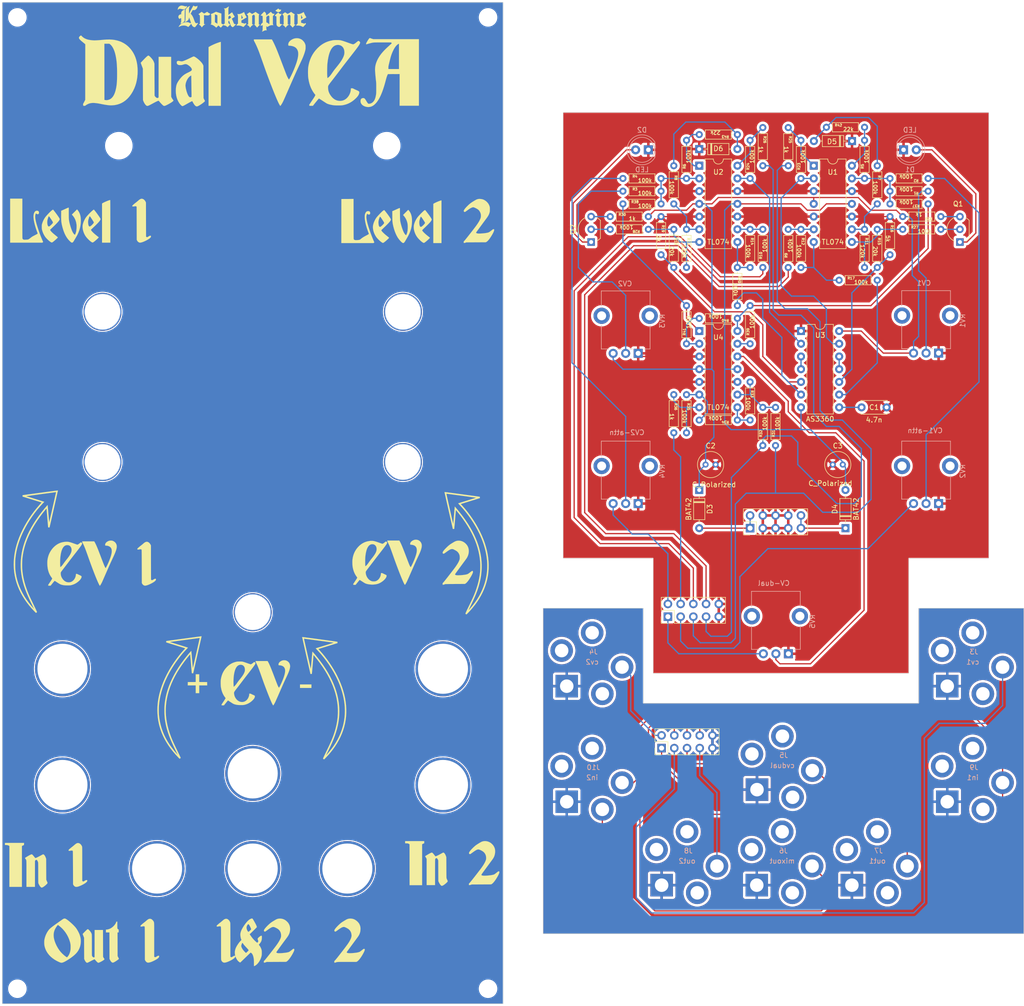
<source format=kicad_pcb>
(kicad_pcb (version 20221018) (generator pcbnew)
  (layers (0 "F.Cu" signal) (31 "B.Cu" signal) (34 "B.Paste" user) (35 "F.Paste" user) (36 "B.SilkS" user "B.Silkscreen") (37 "F.SilkS" user "F.Silkscreen") (38 "B.Mask" user) (39 "F.Mask" user) (44 "Edge.Cuts" user))
  (net 0 "")
  (net 1 "GND")
  (net 2 "+12V")
  (net 3 "-12V")
  (net 4 "CVIN1")
  (net 5 "Net-(U3A-VREF)")
  (net 6 "CV1KNOB")
  (net 7 "CVIN2")
  (net 8 "Net-(D1-A)")
  (net 9 "CVKNOB2")
  (net 10 "Net-(D2-A)")
  (net 11 "Net-(D3-A)")
  (net 12 "Net-(D4-K)")
  (net 13 "Net-(D5-A)")
  (net 14 "CVdual-b")
  (net 15 "Net-(D6-A)")
  (net 16 "CV1-b")
  (net 18 "Net-(R11-Pad2)")
  (net 19 "Net-(R12-Pad2)")
  (net 20 "Net-(R13-Pad2)")
  (net 21 "Net-(R14-Pad2)")
  (net 22 "Net-(Q1-B)")
  (net 23 "Net-(Q1-C)")
  (net 24 "Net-(Q2-B)")
  (net 25 "Net-(Q2-C)")
  (net 26 "Net-(U1D--)")
  (net 27 "Net-(U2A--)")
  (net 28 "Net-(R42-Pad2)")
  (net 29 "Net-(R23-Pad2)")
  (net 30 "Net-(R24-Pad2)")
  (net 31 "MixOut-b")
  (net 32 "CV2-b")
  (net 33 "Net-(R43-Pad2)")
  (net 34 "Net-(U1C--)")
  (net 35 "Net-(U2B--)")
  (net 36 "Net-(U1B--)")
  (net 37 "Net-(U2C--)")
  (net 38 "Net-(U3B-VC2)")
  (net 39 "Net-(U3B-II2)")
  (net 40 "Net-(U3A-VC1)")
  (net 41 "Net-(R33-Pad2)")
  (net 42 "Net-(U3A-II1)")
  (net 43 "Net-(R35-Pad2)")
  (net 44 "OUTPUT1-b")
  (net 45 "INPUT1-b")
  (net 46 "OUTPUT2-b")
  (net 47 "INPUT2-b")
  (net 48 "Net-(U1A--)")
  (net 49 "CV1")
  (net 50 "CV2")
  (net 51 "Net-(U2D--)")
  (net 52 "Net-(U4C--)")
  (net 53 "Net-(U4B--)")
  (net 54 "Net-(U4D--)")
  (net 55 "Net-(U4A--)")
  (net 56 "GND2")
  (net 59 "CV1-f")
  (net 63 "CV2-f")
  (net 67 "CVdual-f")
  (net 71 "MixOut-f")
  (net 75 "OUTPUT1-f")
  (net 79 "OUTPUT2-f")
  (net 83 "INPUT1-f")
  (net 84 "Net-(U4D-+)")
  (net 87 "INPUT2-f")
  (net 88 "Net-(U3A-VE1)")
  (net 89 "Net-(U3B-VE2)")
  (footprint "omat:Omaresistor2" (layer "F.Cu") (at 212.44 61.785 180)
    (fp_text reference "R29")
    (fp_text value "1k")
  )
  (footprint "Package_TO_SOT_THT:TO-92_Inline_Wide" (layer "F.Cu") (at 142.59 66.865 90)
    (fp_text reference "Q2")
    (fp_text value "2N3904" hide)
  )
  (footprint "omat:6,3mm jack hole 10mm" (layer "F.Cu") (at 113 152.1)
    (fp_text reference "REF**" hide)
    (fp_text value "6,3mm jack hole 10mm" hide)
  )
  (footprint "MountingHole:MountingHole_3.2mm_M3" (layer "F.Cu") (at 122 216)
    (fp_text reference "REF**" hide)
    (fp_text value "MountingHole_3.2mm_M3" hide)
  )
  (footprint "omat:Alpha pot hole 7.1mm" (layer "F.Cu") (at 75 140.8)
    (fp_text reference "REF**" hide)
    (fp_text value "Alpha pot hole 7.1mm" hide)
  )
  (footprint "Diode_THT:D_DO-35_SOD27_P7.62mm_Horizontal" (layer "F.Cu") (at 194.7 46.7 180)
    (fp_text reference "D5")
    (fp_text value "BAT42" hide)
  )
  (footprint "omat:Omaresistor2" (layer "F.Cu") (at 197.2 54.165 90)
    (fp_text reference "R5")
    (fp_text value "100k")
  )
  (footprint "omat:Omaresistor2" (layer "F.Cu") (at 199.74 51.625 -90)
    (fp_text reference "R7")
    (fp_text value "100k")
  )
  (footprint "MountingHole:MountingHole_3.2mm_M3" (layer "F.Cu") (at 28 22)
    (fp_text reference "REF**" hide)
    (fp_text value "MountingHole_3.2mm_M3" hide)
  )
  (footprint "Diode_THT:D_DO-35_SOD27_P7.62mm_Horizontal" (layer "F.Cu") (at 164.18 116.395 -90)
    (fp_text reference "D3")
    (fp_text value "BAT42")
  )
  (footprint "omat:Omaresistor2" (layer "F.Cu") (at 184.5 54.165 90)
    (fp_text reference "R23")
    (fp_text value "100k")
  )
  (footprint "Connector_PinHeader_2.54mm:PinHeader_2x05_P2.54mm_Vertical" (layer "F.Cu") (at 174.34 124.015 90)
    (fp_text reference "J1" hide)
    (fp_text value "Conn_02x05_Odd_Even" hide)
  )
  (footprint "Package_DIP:DIP-14_W7.62mm" (layer "F.Cu") (at 164.19 51.62)
    (fp_text reference "U2")
    (fp_text value "TL074")
  )
  (footprint "omat:Omaresistor2" (layer "F.Cu") (at 202.28 61.785 -90)
    (fp_text reference "R16")
    (fp_text value "5k")
  )
  (footprint "omat:Omaresistor2" (layer "F.Cu") (at 148.94 56.705)
    (fp_text reference "R3")
    (fp_text value "100k")
  )
  (footprint "kuvia:dvca1" (layer "F.Cu") (at 74.75 118.25)
    (fp_text reference "Ref**" hide)
    (fp_text value "Val**" hide)
  )
  (footprint "Capacitor_THT:C_Radial_D5.0mm_H7.0mm_P2.00mm" (layer "F.Cu") (at 165.45 111.315)
    (fp_text reference "C2")
    (fp_text value "C_Polarized")
  )
  (footprint "omat:6,3mm jack hole 10mm" (layer "F.Cu") (at 75 192)
    (fp_text reference "REF**" hide)
    (fp_text value "6,3mm jack hole 10mm" hide)
  )
  (footprint "omat:Omaresistor2" (layer "F.Cu") (at 209.9 59.245 180)
    (fp_text reference "R37")
    (fp_text value "100k")
  )
  (footprint "omat:Omaresistor2" (layer "F.Cu") (at 146.4 61.785)
    (fp_text reference "R30")
    (fp_text value "1k")
  )
  (footprint "omat:Omaresistor2" (layer "F.Cu") (at 189.58 43.942)
    (fp_text reference "R42")
    (fp_text value "22k")
  )
  (footprint "omat:6,3mm jack hole 10mm" (layer "F.Cu") (at 37 152.1)
    (fp_text reference "REF**" hide)
    (fp_text value "6,3mm jack hole 10mm" hide)
  )
  (footprint "omat:Omaresistor2" (layer "F.Cu") (at 176.88 107.505 90)
    (fp_text reference "R32")
    (fp_text value "100k")
  )
  (footprint "Capacitor_THT:C_Disc_D5.0mm_W2.5mm_P5.00mm" (layer "F.Cu") (at 196.605 99.885)
    (fp_text reference "C1")
    (fp_text value "4.7n")
  )
  (footprint "Package_TO_SOT_THT:TO-92_Inline_Wide" (layer "F.Cu") (at 216.25 66.865 90)
    (fp_text reference "Q1")
    (fp_text value "2N3904" hide)
  )
  (footprint "omat:Omaresistor2" (layer "F.Cu") (at 176.88 44.005 -90)
    (fp_text reference "R26")
    (fp_text value "1k")
  )
  (footprint "MountingHole:MountingHole_3.2mm_M3" (layer "F.Cu") (at 122 22)
    (fp_text reference "REF**" hide)
    (fp_text value "MountingHole_3.2mm_M3" hide)
  )
  (footprint "omat:Omaresistor2" (layer "F.Cu") (at 176.88 71.945 90)
    (fp_text reference "R10")
    (fp_text value "100k")
  )
  (footprint "Package_DIP:DIP-14_W7.62mm" (layer "F.Cu") (at 164.19 84.64)
    (fp_text reference "U4")
    (fp_text value "TL074")
  )
  (footprint "Connector_PinHeader_2.54mm:PinHeader_2x05_P2.54mm_Vertical" (layer "F.Cu") (at 157.925 141.69 90)
    (fp_text reference "J2" hide)
    (fp_text value "Conn_02x05_Odd_Even" hide)
  )
  (footprint "omat:Omaresistor2" (layer "F.Cu") (at 199.74 64.325 -90)
    (fp_text reference "R15")
    (fp_text value "20k")
  )
  (footprint "Diode_THT:D_DO-35_SOD27_P7.62mm_Horizontal" (layer "F.Cu") (at 164.18 48.3)
    (fp_text reference "D6")
    (fp_text value "BAT42" hide)
  )
  (footprint "omat:Omaresistor2" (layer "F.Cu") (at 171.8 102.425 180)
    (fp_text reference "R34")
    (fp_text value "100k")
  )
  (footprint "omat:Omaresistor2" (layer "F.Cu") (at 161.64 54.165 90)
    (fp_text reference "R6")
    (fp_text value "100k")
  )
  (footprint "omat:Omaresistor2" (layer "F.Cu") (at 174.34 94.805 -90)
    (fp_text reference "R33")
    (fp_text value "100k")
  )
  (footprint "omat:Omaresistor2" (layer "F.Cu") (at 174.34 87.185 90)
    (fp_text reference "R39")
    (fp_text value "100k")
  )
  (footprint "omat:6,3mm jack hole 10mm" (layer "F.Cu") (at 37 175.3)
    (fp_text reference "REF**" hide)
    (fp_text value "6,3mm jack hole 10mm" hide)
  )
  (footprint "MountingHole:MountingHole_5mm" (layer "F.Cu") (at 101.775 47.625)
    (fp_text reference "REF**" hide)
    (fp_text value "MountingHole_5mm" hide)
  )
  (footprint "omat:Omaresistor2" (layer "F.Cu") (at 171.8 71.945 -90)
    (fp_text reference "R20")
    (fp_text value "100k")
  )
  (footprint "Connector_PinHeader_2.54mm:PinHeader_2x05_P2.54mm_Vertical" (layer "F.Cu") (at 156.66 167.94 90)
    (fp_text reference "J11" hide)
    (fp_text value "Conn_02x05_Odd_Even" hide)
  )
  (footprint "omat:Omaresistor2" (layer "F.Cu") (at 204.82 64.325)
    (fp_text reference "R27")
    (fp_text value "100k")
  )
  (footprint "omat:Alpha pot hole 7.1mm" (layer "F.Cu") (at 105 80.8)
    (fp_text reference "REF**" hide)
    (fp_text value "Alpha pot hole 7.1mm" hide)
  )
  (footprint "omat:Omaresistor2" (layer "F.Cu") (at 171.8 82.105 180)
    (fp_text reference "R40")
    (fp_text value "100k")
  )
  (footprint "omat:Omaresistor2" (layer "F.Cu") (at 159.1 51.625 -90)
    (fp_text reference "R8")
    (fp_text value "100k")
  )
  (footprint "omat:6,3mm jack hole 10mm" (layer "F.Cu") (at 93.9 192)
    (fp_text reference "REF**" hide)
    (fp_text value "6,3mm jack hole 10mm" hide)
  )
  (footprint "Diode_THT:D_DO-35_SOD27_P7.62mm_Horizontal" (layer "F.Cu") (at 193.39 124.015 90)
    (fp_text reference "D4")
    (fp_text value "BAT42")
  )
  (footprint "omat:Omaresistor2" (layer "F.Cu") (at 161.64 87.185 90)
    (fp_text reference "R41")
    (fp_text value "100k")
  )
  (footprint "omat:Omaresistor2" (layer "F.Cu") (at 181.96 44.005 -90)
    (fp_text reference "R25")
    (fp_text value "1k")
  )
  (footprint "omat:6,3mm jack hole 10mm" (layer "F.Cu") (at 55.9 192)
    (fp_text reference "REF**" hide)
    (fp_text value "6,3mm jack hole 10mm" hide)
  )
  (footprint "omat:Omaresistor2" (layer "F.Cu") (at 154.02 64.325 180)
    (fp_text reference "R28")
    (fp_text value "100k")
  )
  (footprint "Capacitor_THT:C_Radial_D5.0mm_H7.0mm_P2.00mm" (layer "F.Cu") (at 190.85 111.315)
    (fp_text reference "C3")
    (fp_text value "C_Polarized")
  )
  (footprint "omat:Omaresistor2" (layer "F.Cu") (at 159.1 64.325 -90)
    (fp_text reference "R18")
    (fp_text value "20k")
  )
  (footprint "MountingHole:MountingHole_3.2mm_M3" (layer "F.Cu") (at 28 216)
    (fp_text reference "REF**" hide)
    (fp_text value "MountingHole_3.2mm_M3" hide)
  )
  (footprint "omat:6,3mm jack hole 10mm" (layer "F.Cu") (at 113 175.3)
    (fp_text reference "REF**" hide)
    (fp_text value "6,3mm jack hole 10mm" hide)
  )
  (footprint "omat:Alpha pot hole 7.1mm" (layer "F.Cu") (at 105 110.8)
    (fp_text reference "REF**" hide)
    (fp_text value "Alpha pot hole 7.1mm" hide)
  )
  (footprint "omat:Omaresistor2" (layer "F.Cu") (at 174.34 54.165 90)
    (fp_text reference "R24")
    (fp_text value "100k")
  )
  (footprint "omat:Omaresistor2" (layer "F.Cu") (at 161.64 97.345 -90)
    (fp_text reference "R35")
    (fp_text value "100k")
  )
  (footprint "omat:Omaresistor2" (layer "F.Cu") (at 156.56 61.785 -90)
    (fp_text reference "R19")
    (fp_text value "5k")
  )
  (footprint "omat:Omaresistor2" (layer "F.Cu") (at 197.2 64.325 -90)
    (fp_text reference "R11")
    (fp_text value "120k")
  )
  (footprint "omat:Omaresistor2" (layer "F.Cu") (at 159.1 97.345 -90)
    (fp_text reference "R36")
    (fp_text value "1k")
  )
  (footprint "omat:Omaresistor2" (layer "F.Cu") (at 209.9 56.705 180)
    (fp_text reference "R1")
    (fp_text value "100k")
  )
  (footprint "omat:Alpha pot hole 7.1mm" (layer "F.Cu") (at 45 80.8)
    (fp_text reference "REF**" hide)
    (fp_text value "Alpha pot hole 7.1mm" hide)
  )
  (footprint "Package_DIP:DIP-14_W7.62mm" (layer "F.Cu") (at 187.05 51.62)
    (fp_text reference "U1")
    (fp_text value "TL074")
  )
  (footprint "omat:Omaresistor2" (layer "F.Cu") (at 148.94 54.165)
    (fp_text reference "R4")
    (fp_text value "100k")
  )
  (footprint "omat:Omaresistor2" (layer "F.Cu") (at 184.5 64.325 -90)
    (fp_text reference "R12")
    (fp_text value "100k")
  )
  (footprint "omat:Omaresistor2" (layer "F.Cu") (at 174.34 64.325 -90)
    (fp_text reference "R14")
    (fp_text value "100k")
  )
  (footprint "omat:6,3mm jack hole 10mm" (layer "F.Cu") (at 75 173)
    (fp_text reference "REF**" hide)
    (fp_text value "6,3mm jack hole 10mm" hide)
  )
  (footprint "omat:Omaresistor2" (layer "F.Cu") (at 171.8 45.4 180)
    (fp_text reference "R43")
    (fp_text value "22k")
  )
  (footprint "omat:Omaresistor2" (layer "F.Cu") (at 209.9 54.165 180)
    (fp_text reference "R2")
    (fp_text value "100k")
  )
  (footprint "Package_DIP:DIP-14_W7.62mm" (layer "F.Cu") (at 184.51 84.64)
    (fp_text reference "U3")
    (fp_text value "AS3360")
  )
  (footprint "omat:Omaresistor2" (layer "F.Cu") (at 192.12 74.485)
    (fp_text reference "R17")
    (fp_text value "100k")
  )
  (footprint "omat:Omaresistor2" (layer "F.Cu") (at 179.42 107.505 90)
    (fp_text reference "R31")
    (fp_text value "100k")
  )
  (footprint "omat:Omaresistor2" (layer "F.Cu") (at 181.96 71.945 90)
    (fp_text reference "R9")
    (fp_text value "100k")
  )
  (footprint "omat:Omaresistor2" (layer "F.Cu") (at 148.94 59.245)
    (fp_text reference "R38")
    (fp_text value "100k")
  )
  (footprint "omat:Alpha pot hole 7.1mm" (layer "F.Cu") (at 45 110.8)
    (fp_text reference "REF**" hide)
    (fp_text value "Alpha pot hole 7.1mm" hide)
  )
  (footprint "MountingHole:MountingHole_5mm" (layer "F.Cu") (at 48.26 47.625)
    (fp_text reference "REF**" hide)
    (fp_text value "MountingHole_5mm" hide)
  )
  (footprint "omat:Omaresistor2" (layer "F.Cu") (at 161.64 64.325 -90)
    (fp_text reference "R13")
    (fp_text value "120k")
  )
  (footprint "Potentiometer_THT:Potentiometer_Alpha_RD901F-40-00D_Single_Vertical_CircularHoles" (layer "B.Cu") (at 211.99 119.1 90)
    (fp_text reference "RV2")
    (fp_text value "CV1-attn")
  )
  (footprint "LED_THT:LED_D5.0mm" (layer "B.Cu") (at 204.99 48.45)
    (fp_text reference "D1")
    (fp_text value "LED")
  )
  (footprint "omat:Jack_6.5mm LMNC" (layer "B.Cu") (at 141.7825 145.92 180)
    (fp_text reference "J4")
    (fp_text value "cv2")
  )
  (footprint "Potentiometer_THT:Potentiometer_Alpha_RD901F-40-00D_Single_Vertical_CircularHoles" (layer "B.Cu") (at 181.99 149.1 90)
    (fp_text reference "RV5")
    (fp_text value "CV-dual")
  )
  (footprint "LED_THT:LED_D5.0mm" (layer "B.Cu") (at 154.02 48.45 180)
    (fp_text reference "D2")
    (fp_text value "LED")
  )
  (footprint "omat:Jack_6.5mm LMNC" (layer "B.Cu") (at 179.7825 166.585 180)
    (fp_text reference "J5")
    (fp_text value "cvdual")
  )
  (footprint "Potentiometer_THT:Potentiometer_Alpha_RD901F-40-00D_Single_Vertical_CircularHoles" (layer "B.Cu") (at 151.99 89.1 90)
    (fp_text reference "RV3")
    (fp_text value "CV2")
  )
  (footprint "omat:Jack_6.5mm LMNC" (layer "B.Cu") (at 217.7825 169 180)
    (fp_text reference "J9")
    (fp_text value "in1")
  )
  (footprint "omat:Jack_6.5mm LMNC" (layer "B.Cu") (at 141.7825 169 180)
    (fp_text reference "J10")
    (fp_text value "in2")
  )
  (footprint "omat:Jack_6.5mm LMNC" (layer "B.Cu") (at 160.735 185.665 180)
    (fp_text reference "J8")
    (fp_text value "out2")
  )
  (footprint "omat:Jack_6.5mm LMNC" (layer "B.Cu") (at 198.735 185.665 180)
    (fp_text reference "J7")
    (fp_text value "out1")
  )
  (footprint "omat:Jack_6.5mm LMNC" (layer "B.Cu") (at 179.735 185.665 180)
    (fp_text reference "J6")
    (fp_text value "mixout")
  )
  (footprint "omat:Jack_6.5mm LMNC" (layer "B.Cu") (at 217.7825 145.92 180)
    (fp_text reference "J3")
    (fp_text value "cv1")
  )
  (footprint "Potentiometer_THT:Potentiometer_Alpha_RD901F-40-00D_Single_Vertical_CircularHoles" (layer "B.Cu") (at 151.99 119.1 90)
    (fp_text reference "RV4")
    (fp_text value "CV2-attn")
  )
  (footprint "Potentiometer_THT:Potentiometer_Alpha_RD901F-40-00D_Single_Vertical_CircularHoles" (layer "B.Cu") (at 211.99 89.05 90)
    (fp_text reference "RV1")
    (fp_text value "CV1")
  )
  (gr_rect (start 25 19) (end 125 219) (stroke (width 0.1)) (fill none) (layer "Edge.Cuts"))
  (gr_poly (pts (xy 153 159) (xy 208 159) (xy 208 140) (xy 229 140) (xy 229 205) (xy 133 205) (xy 133 140) (xy 153 140)) (stroke (width 0.1)) (fill none) (layer "Edge.Cuts"))
  (gr_poly (pts (xy 222 130) (xy 206 130) (xy 206 153) (xy 155 153) (xy 155 130) (xy 137 130) (xy 137 41) (xy 222 41)) (stroke (width 0.1)) (fill none) (layer "Edge.Cuts"))
  (segment (start 156.56 61.785) (end 164.185 61.785) (width 0.25) (layer "F.Cu") (net 1))
  (segment (start 202.275 61.78) (end 202.28 61.785) (width 0.25) (layer "F.Cu") (net 1))
  (segment (start 164.185 61.785) (end 164.19 61.78) (width 0.25) (layer "F.Cu") (net 1))
  (segment (start 164.19 89.72) (end 152.61 89.72) (width 0.25) (layer "F.Cu") (net 1))
  (segment (start 164.19 61.78) (end 171.81 61.78) (width 0.25) (layer "F.Cu") (net 1))
  (segment (start 152.61 89.72) (end 151.99 89.1) (width 0.25) (layer "F.Cu") (net 1))
  (segment (start 164.19 56.7) (end 171.81 56.7) (width 0.25) (layer "F.Cu") (net 1))
  (segment (start 194.67 61.78) (end 202.275 61.78) (width 0.25) (layer "F.Cu") (net 1))
  (segment (start 196.5475 84.64) (end 192.13 84.64) (width 0.25) (layer "F.Cu") (net 2))
  (segment (start 200.9575 89.05) (end 196.5475 84.64) (width 0.25) (layer "F.Cu") (net 2))
  (segment (start 198.47 60.515) (end 195.93 57.975) (width 0.25) (layer "F.Cu") (net 2))
  (segment (start 154.02 61.785) (end 155.29 60.515) (width 0.25) (layer "F.Cu") (net 2))
  (segment (start 187.04 57.975) (end 187.05 57.985) (width 0.25) (layer "F.Cu") (net 2))
  (segment (start 195.93 57.975) (end 188.31 57.975) (width 0.25) (layer "F.Cu") (net 2))
  (segment (start 166.725 59.24) (end 164.19 59.24) (width 0.25) (layer "F.Cu") (net 2))
  (segment (start 162.915 59.24) (end 164.19 59.24) (width 0.25) (layer "F.Cu") (net 2))
  (segment (start 204.82 61.785) (end 203.55 60.515) (width 0.25) (layer "F.Cu") (net 2))
  (segment (start 167.99 57.975) (end 187.04 57.975) (width 0.25) (layer "F.Cu") (net 2))
  (segment (start 187.05 57.985) (end 187.05 59.24) (width 0.25) (layer "F.Cu") (net 2))
  (segment (start 188.31 57.975) (end 188.31 57.98) (width 0.25) (layer "F.Cu") (net 2))
  (segment (start 206.99 89.05) (end 200.9575 89.05) (width 0.25) (layer "F.Cu") (net 2))
  (segment (start 161.64 60.515) (end 162.915 59.24) (width 0.25) (layer "F.Cu") (net 2))
  (segment (start 167.99 57.975) (end 166.725 59.24) (width 0.25) (layer "F.Cu") (net 2))
  (segment (start 155.29 60.515) (end 161.64 60.515) (width 0.25) (layer "F.Cu") (net 2))
  (segment (start 203.55 60.515) (end 198.47 60.515) (width 0.25) (layer "F.Cu") (net 2))
  (segment (start 187.04 57.975) (end 188.31 57.975) (width 0.25) (layer "F.Cu") (net 2))
  (segment (start 207.995 85.705) (end 207.995 74.795) (width 0.25) (layer "B.Cu") (net 2))
  (segment (start 164.18 116.395) (end 164.18 112.585) (width 0.25) (layer "B.Cu") (net 2))
  (segment (start 164.19 92.26) (end 148.945 92.26) (width 0.25) (layer "B.Cu") (net 2))
  (segment (start 165.45 107.505) (end 165.45 111.315) (width 0.25) (layer "B.Cu") (net 2))
  (segment (start 166.715 92.26) (end 164.19 92.26) (width 0.25) (layer "B.Cu") (net 2))
  (segment (start 164.18 112.585) (end 165.45 111.315) (width 0.25) (layer "B.Cu") (net 2))
  (segment (start 148.94 92.265) (end 146.99 90.315) (width 0.25) (layer "B.Cu") (net 2))
  (segment (start 166.72 92.265) (end 166.72 60.675) (width 0.25) (layer "B.Cu") (net 2))
  (segment (start 148.945 92.26) (end 148.94 92.265) (width 0.25) (layer "B.Cu") (net 2))
  (segment (start 166.72 60.675) (end 165.285 59.24) (width 0.25) (layer "B.Cu") (net 2))
  (segment (start 206.09 61.785) (end 204.82 61.785) (width 0.25) (layer "B.Cu") (net 2))
  (segment (start 166.715 92.315) (end 167.1 92.7) (width 0.25) (layer "B.Cu") (net 2))
  (segment (start 206.99 86.71) (end 207.995 85.705) (width 0.25) (layer "B.Cu") (net 2))
  (segment (start 206.725 73.525) (end 206.725 62.42) (width 0.25) (layer "B.Cu") (net 2))
  (segment (start 166.715 92.26) (end 166.72 92.265) (width 0.25) (layer "B.Cu") (net 2))
  (segment (start 165.285 59.24) (end 164.19 59.24) (width 0.25) (layer "B.Cu") (net 2))
  (segment (start 206.99 89.05) (end 206.99 86.71) (width 0.25) (layer "B.Cu") (net 2))
  (segment (start 146.99 90.315) (end 146.99 89.1) (width 0.25) (layer "B.Cu") (net 2))
  (segment (start 207.995 74.795) (end 206.725 73.525) (width 0.25) (layer "B.Cu") (net 2))
  (segment (start 167.1 92.7) (end 167.1 105.855) (width 0.25) (layer "B.Cu") (net 2))
  (segment (start 166.715 92.26) (end 166.715 92.315) (width 0.25) (layer "B.Cu") (net 2))
  (segment (start 206.725 62.42) (end 206.09 61.785) (width 0.25) (layer "B.Cu") (net 2))
  (segment (start 167.1 105.855) (end 165.45 107.505) (width 0.25) (layer "B.Cu") (net 2))
  (segment (start 184.495 59.24) (end 171.81 59.24) (width 0.25) (layer "F.Cu") (net 3))
  (segment (start 188.31 60.515) (end 185.77 60.515) (width 0.25) (layer "F.Cu") (net 3))
  (segment (start 185.77 60.515) (end 184.495 59.24) (width 0.25) (layer "F.Cu") (net 3))
  (segment (start 194.67 59.24) (end 189.585 59.24) (width 0.25) (layer "F.Cu") (net 3))
  (segment (start 189.585 59.24) (end 188.31 60.515) (width 0.25) (layer "F.Cu") (net 3))
  (segment (start 169.26 60.515) (end 170.535 59.24) (width 0.25) (layer "B.Cu") (net 3))
  (segment (start 169.26 103.06) (end 170.53 104.33) (width 0.25) (layer "B.Cu") (net 3))
  (segment (start 170.53 104.33) (end 184.5 104.33) (width 0.25) (layer "B.Cu") (net 3))
  (segment (start 184.5 104.33) (end 186.405 104.33) (width 0.25) (layer "B.Cu") (net 3))
  (segment (start 192.85 111.315) (end 193.39 111.855) (width 0.25) (layer "B.Cu") (net 3))
  (segment (start 171.81 92.26) (end 169.265 92.26) (width 0.25) (layer "B.Cu") (net 3))
  (segment (start 184.51 104.32) (end 184.5 104.33) (width 0.25) (layer "B.Cu") (net 3))
  (segment (start 192.85 110.775) (end 192.85 111.315) (width 0.25) (layer "B.Cu") (net 3))
  (segment (start 184.51 99.88) (end 184.51 104.32) (width 0.25) (layer "B.Cu") (net 3))
  (segment (start 170.535 59.24) (end 171.81 59.24) (width 0.25) (layer "B.Cu") (net 3))
  (segment (start 169.26 92.265) (end 169.26 60.515) (width 0.25) (layer "B.Cu") (net 3))
  (segment (start 169.26 92.265) (end 169.26 103.06) (width 0.25) (layer "B.Cu") (net 3))
  (segment (start 169.265 92.26) (end 169.26 92.265) (width 0.25) (layer "B.Cu") (net 3))
  (segment (start 186.405 104.33) (end 192.85 110.775) (width 0.25) (layer "B.Cu") (net 3))
  (segment (start 193.39 111.855) (end 193.39 116.395) (width 0.25) (layer "B.Cu") (net 3))
  (segment (start 209.9 56.705) (end 208.63 56.705) (width 0.25) (layer "B.Cu") (net 4))
  (segment (start 208.63 56.705) (end 207.995 57.34) (width 0.25) (layer "B.Cu") (net 4))
  (segment (start 207.995 57.34) (end 207.995 72.58) (width 0.25) (layer "B.Cu") (net 4))
  (segment (start 207.995 72.58) (end 209.49 74.075) (width 0.25) (layer "B.Cu") (net 4))
  (segment (start 209.49 74.075) (end 209.49 89.05) (width 0.25) (layer "B.Cu") (net 4))
  (segment (start 196.6 99.88) (end 196.605 99.885) (width 0.25) (layer "B.Cu") (net 5))
  (segment (start 192.13 99.88) (end 196.6 99.88) (width 0.25) (layer "B.Cu") (net 5))
  (segment (start 220.06 94.805) (end 209.49 105.375) (width 0.25) (layer "B.Cu") (net 6))
  (segment (start 209.49 105.375) (end 209.49 119.1) (width 0.25) (layer "B.Cu") (net 6))
  (segment (start 213.169 54.165) (end 220.06 61.056) (width 0.25) (layer "B.Cu") (net 6))
  (segment (start 220.06 61.056) (end 220.06 94.805) (width 0.25) (layer "B.Cu") (net 6))
  (segment (start 209.9 54.165) (end 213.169 54.165) (width 0.25) (layer "B.Cu") (net 6))
  (segment (start 142.59 56.705) (end 140.05 59.245) (width 0.25) (layer "B.Cu") (net 7))
  (segment (start 149.49 77.525) (end 149.49 89.1) (width 0.25) (layer "B.Cu") (net 7))
  (segment (start 140.05 71.945) (end 142.93 74.825) (width 0.25) (layer "B.Cu") (net 7))
  (segment (start 148.94 56.705) (end 142.59 56.705) (width 0.25) (layer "B.Cu") (net 7))
  (segment (start 142.93 74.825) (end 146.79 74.825) (width 0.25) (layer "B.Cu") (net 7))
  (segment (start 140.05 59.245) (end 140.05 71.945) (width 0.25) (layer "B.Cu") (net 7))
  (segment (start 146.79 74.825) (end 149.49 77.525) (width 0.25) (layer "B.Cu") (net 7))
  (segment (start 219.425 57.225) (end 219.425 65.075) (width 0.25) (layer "F.Cu") (net 8))
  (segment (start 219.425 65.075) (end 217.635 66.865) (width 0.25) (layer "F.Cu") (net 8))
  (segment (start 210.65 48.45) (end 219.425 57.225) (width 0.25) (layer "F.Cu") (net 8))
  (segment (start 217.635 66.865) (end 216.25 66.865) (width 0.25) (layer "F.Cu") (net 8))
  (segment (start 207.53 48.45) (end 210.65 48.45) (width 0.25) (layer "F.Cu") (net 8))
  (segment (start 149.49 101.705) (end 138.78 90.995) (width 0.25) (layer "B.Cu") (net 9))
  (segment (start 138.78 57.975) (end 142.59 54.165) (width 0.25) (layer "B.Cu") (net 9))
  (segment (start 138.78 90.995) (end 138.78 57.975) (width 0.25) (layer "B.Cu") (net 9))
  (segment (start 149.49 119.1) (end 149.49 101.705) (width 0.25) (layer "B.Cu") (net 9))
  (segment (start 142.59 54.165) (end 148.94 54.165) (width 0.25) (layer "B.Cu") (net 9))
  (segment (start 139 65) (end 139 59.1) (width 0.25) (layer "F.Cu") (net 10))
  (segment (start 149.65 48.45) (end 151.48 48.45) (width 0.25) (layer "F.Cu") (net 10))
  (segment (start 140.865 66.865) (end 139 65) (width 0.25) (layer "F.Cu") (net 10))
  (segment (start 142.59 66.865) (end 140.865 66.865) (width 0.25) (layer "F.Cu") (net 10))
  (segment (start 139 59.1) (end 149.65 48.45) (width 0.25) (layer "F.Cu") (net 10))
  (segment (start 174.34 124.015) (end 164.18 124.015) (width 0.25) (layer "F.Cu") (net 11))
  (segment (start 174.34 121.475) (end 174.34 124.015) (width 0.25) (layer "B.Cu") (net 11))
  (segment (start 184.5 124.015) (end 193.39 124.015) (width 0.25) (layer "F.Cu") (net 12))
  (segment (start 184.5 121.475) (end 184.5 124.015) (width 0.25) (layer "B.Cu") (net 12))
  (segment (start 189.58 43.942) (end 187.08 46.442) (width 0.25) (layer "B.Cu") (net 13))
  (segment (start 198 42) (end 191.5 42) (width 0.25) (layer "B.Cu") (net 13))
  (segment (start 189.58 43.92) (end 189.58 43.942) (width 0.25) (layer "B.Cu") (net 13))
  (segment (start 199.74 51.625) (end 199.74 43.74) (width 0.25) (layer "B.Cu") (net 13))
  (segment (start 187.08 46.442) (end 187.08 46.7) (width 0.25) (layer "B.Cu") (net 13))
  (segment (start 199.735 51.62) (end 199.74 51.625) (width 0.25) (layer "B.Cu") (net 13))
  (segment (start 199.74 43.74) (end 198 42) (width 0.25) (layer "B.Cu") (net 13))
  (segment (start 191.5 42) (end 189.58 43.92) (width 0.25) (layer "B.Cu") (net 13))
  (segment (start 157.925 146.925) (end 160.1 149.1) (width 0.25) (layer "B.Cu") (net 14))
  (segment (start 157.925 141.69) (end 157.925 146.925) (width 0.25) (layer "B.Cu") (net 14))
  (segment (start 160.1 149.1) (end 176.99 149.1) (width 0.25) (layer "B.Cu") (net 14))
  (segment (start 161.5 42.9) (end 159.1 45.3) (width 0.25) (layer "B.Cu") (net 15))
  (segment (start 169.3 42.9) (end 161.5 42.9) (width 0.25) (layer "B.Cu") (net 15))
  (segment (start 171.8 45.4) (end 169.3 42.9) (width 0.25) (layer "B.Cu") (net 15))
  (segment (start 159.1 45.3) (end 159.1 51.625) (width 0.25) (layer "B.Cu") (net 15))
  (segment (start 171.8 45.4) (end 171.8 48.3) (width 0.25) (layer "B.Cu") (net 15))
  (segment (start 206.99 119.1) (end 206.9 119.1) (width 0.25) (layer "B.Cu") (net 16))
  (segment (start 172.3 133.7) (end 172.3 146.8) (width 0.25) (layer "B.Cu") (net 16))
  (segment (start 177.9 128.1) (end 172.3 133.7) (width 0.25) (layer "B.Cu") (net 16))
  (segment (start 160.465 146.565) (end 160.465 141.69) (width 0.25) (layer "B.Cu") (net 16))
  (segment (start 206.9 119.1) (end 197.9 128.1) (width 0.25) (layer "B.Cu") (net 16))
  (segment (start 161.9 148) (end 160.465 146.565) (width 0.25) (layer "B.Cu") (net 16))
  (segment (start 172.3 146.8) (end 171.1 148) (width 0.25) (layer "B.Cu") (net 16))
  (segment (start 171.1 148) (end 161.9 148) (width 0.25) (layer "B.Cu") (net 16))
  (segment (start 197.9 128.1) (end 177.9 128.1) (width 0.25) (layer "B.Cu") (net 16))
  (segment (start 199.74 64.325) (end 204.82 64.325) (width 0.25) (layer "B.Cu") (net 18))
  (segment (start 197.205 66.86) (end 197.2 66.865) (width 0.25) (layer "B.Cu") (net 18))
  (segment (start 197.205 66.86) (end 194.67 66.86) (width 0.25) (layer "B.Cu") (net 18))
  (segment (start 197.2 66.865) (end 197.2 71.945) (width 0.25) (layer "B.Cu") (net 18))
  (segment (start 198.47 66.865) (end 198.465 66.86) (width 0.25) (layer "B.Cu") (net 18))
  (segment (start 198.465 66.86) (end 197.205 66.86) (width 0.25) (layer "B.Cu") (net 18))
  (segment (start 199.74 65.595) (end 198.47 66.865) (width 0.25) (layer "B.Cu") (net 18))
  (segment (start 199.74 64.325) (end 199.74 65.595) (width 0.25) (layer "B.Cu") (net 18))
  (segment (start 187.05 71.935) (end 187.04 71.945) (width 0.25) (layer "B.Cu") (net 19))
  (segment (start 192.12 74.485) (end 189.58 74.485) (width 0.25) (layer "B.Cu") (net 19))
  (segment (start 184.5 71.945) (end 187.04 71.945) (width 0.25) (layer "B.Cu") (net 19))
  (segment (start 189.58 74.485) (end 187.04 71.945) (width 0.25) (layer "B.Cu") (net 19))
  (segment (start 187.05 66.86) (end 187.05 71.935) (width 0.25) (layer "B.Cu") (net 19))
  (segment (start 159.1 65.595) (end 160.37 66.865) (width 0.25) (layer "B.Cu") (net 20))
  (segment (start 161.645 66.86) (end 161.64 66.865) (width 0.25) (layer "B.Cu") (net 20))
  (segment (start 159.1 64.325) (end 154.02 64.325) (width 0.25) (layer "B.Cu") (net 20))
  (segment (start 160.37 66.865) (end 161.64 66.865) (width 0.25) (layer "B.Cu") (net 20))
  (segment (start 161.64 66.865) (end 161.64 71.945) (width 0.25) (layer "B.Cu") (net 20))
  (segment (start 161.645 66.86) (end 164.19 66.86) (width 0.25) (layer "B.Cu") (net 20))
  (segment (start 159.1 64.325) (end 159.1 65.595) (width 0.25) (layer "B.Cu") (net 20))
  (segment (start 171.81 71.935) (end 171.8 71.945) (width 0.25) (layer "B.Cu") (net 21))
  (segment (start 171.81 66.86) (end 171.81 71.935) (width 0.25) (layer "B.Cu") (net 21))
  (segment (start 171.8 71.945) (end 174.34 71.945) (width 0.25) (layer "B.Cu") (net 21))
  (segment (start 212.44 64.325) (end 216.25 64.325) (width 0.25) (layer "B.Cu") (net 22))
  (segment (start 216.25 61.785) (end 212.44 61.785) (width 0.25) (layer "B.Cu") (net 23))
  (segment (start 146.4 64.325) (end 142.59 64.325) (width 0.25) (layer "B.Cu") (net 24))
  (segment (start 142.59 61.785) (end 146.4 61.785) (width 0.25) (layer "B.Cu") (net 25))
  (segment (start 197.195 54.16) (end 197.2 54.165) (width 0.25) (layer "B.Cu") (net 26))
  (segment (start 202.28 56.705) (end 202.28 59.245) (width 0.25) (layer "B.Cu") (net 26))
  (segment (start 197.2 54.165) (end 202.28 54.165) (width 0.25) (layer "B.Cu") (net 26))
  (segment (start 194.67 54.16) (end 197.195 54.16) (width 0.25) (layer "B.Cu") (net 26))
  (segment (start 202.28 54.165) (end 202.28 56.705) (width 0.25) (layer "B.Cu") (net 26))
  (segment (start 164.19 54.16) (end 161.645 54.16) (width 0.25) (layer "B.Cu") (net 27))
  (segment (start 156.56 54.165) (end 156.56 56.705) (width 0.25) (layer "B.Cu") (net 27))
  (segment (start 156.56 56.705) (end 156.56 59.245) (width 0.25) (layer "B.Cu") (net 27))
  (segment (start 161.645 54.16) (end 161.64 54.165) (width 0.25) (layer "B.Cu") (net 27))
  (segment (start 161.64 54.165) (end 156.56 54.165) (width 0.25) (layer "B.Cu") (net 27))
  (segment (start 197.2 49.195) (end 197.2 46.545) (width 0.25) (layer "B.Cu") (net 28))
  (segment (start 197.2 46.545) (end 197.2 43.942) (width 0.25) (layer "B.Cu") (net 28))
  (segment (start 194.775 51.62) (end 197.2 49.195) (width 0.25) (layer "B.Cu") (net 28))
  (segment (start 194.67 51.62) (end 194.775 51.62) (width 0.25) (layer "B.Cu") (net 28))
  (segment (start 181.96 44.005) (end 184.5 46.545) (width 0.25) (layer "B.Cu") (net 29))
  (segment (start 184.5 49.07) (end 187.05 51.62) (width 0.25) (layer "B.Cu") (net 29))
  (segment (start 184.5 46.545) (end 184.5 49.07) (width 0.25) (layer "B.Cu") (net 29))
  (segment (start 174.34 49.09) (end 171.81 51.62) (width 0.25) (layer "B.Cu") (net 30))
  (segment (start 176.88 44.005) (end 174.34 46.545) (width 0.25) (layer "B.Cu") (net 30))
  (segment (start 174.34 46.545) (end 174.34 49.09) (width 0.25) (layer "B.Cu") (net 30))
  (segment (start 160.465 139.15) (end 160.465 109.765) (width 0.25) (layer "B.Cu") (net 31))
  (segment (start 160.465 109.765) (end 159.1 108.4) (width 0.25) (layer "B.Cu") (net 31))
  (segment (start 159.1 108.4) (end 159.1 104.965) (width 0.25) (layer "B.Cu") (net 31))
  (segment (start 146.99 121.39) (end 150.8 125.2) (width 0.25) (layer "B.Cu") (net 32))
  (segment (start 154 125.2) (end 157.925 129.125) (width 0.25) (layer "B.Cu") (net 32))
  (segment (start 150.8 125.2) (end 154 125.2) (width 0.25) (layer "B.Cu") (net 32))
  (segment (start 146.99 119.1) (end 146.99 121.39) (width 0.25) (layer "B.Cu") (net 32))
  (segment (start 157.925 129.125) (end 157.925 139.15) (width 0.25) (layer "B.Cu") (net 32))
  (segment (start 161.64 50.14) (end 161.64 46.545) (width 0.25) (layer "B.Cu") (net 33))
  (segment (start 164.185 51.625) (end 164.19 51.62) (width 0.25) (layer "B.Cu") (net 33))
  (segment (start 164.18 45.4) (end 162.785 45.4) (width 0.25) (layer "B.Cu") (net 33))
  (segment (start 163.12 51.62) (end 161.64 50.14) (width 0.25) (layer "B.Cu") (net 33))
  (segment (start 162.785 45.4) (end 161.64 46.545) (width 0.25) (layer "B.Cu") (net 33))
  (segment (start 164.19 51.62) (end 163.12 51.62) (width 0.25) (layer "B.Cu") (net 33))
  (segment (start 197.195 64.32) (end 197.2 64.325) (width 0.25) (layer "B.Cu") (net 34))
  (segment (start 199.74 59.245) (end 197.2 61.785) (width 0.25) (layer "B.Cu") (net 34))
  (segment (start 197.2 61.785) (end 197.2 64.325) (width 0.25) (layer "B.Cu") (net 34))
  (segment (start 194.67 64.32) (end 197.195 64.32) (width 0.25) (layer "B.Cu") (net 34))
  (segment (start 159.1 59.245) (end 161.64 61.785) (width 0.25) (layer "B.Cu") (net 35))
  (segment (start 161.64 64.325) (end 164.185 64.325) (width 0.25) (layer "B.Cu") (net 35))
  (segment (start 161.64 61.785) (end 161.64 64.325) (width 0.25) (layer "B.Cu") (net 35))
  (segment (start 164.185 64.325) (end 164.19 64.32) (width 0.25) (layer "B.Cu") (net 35))
  (segment (start 187.05 64.32) (end 184.505 64.32) (width 0.25) (layer "B.Cu") (net 36))
  (segment (start 184.5 64.325) (end 181.96 64.325) (width 0.25) (layer "B.Cu") (net 36))
  (segment (start 184.505 64.32) (end 184.5 64.325) (width 0.25) (layer "B.Cu") (net 36))
  (segment (start 174.34 64.325) (end 176.88 64.325) (width 0.25) (layer "B.Cu") (net 37))
  (segment (start 171.81 64.32) (end 174.335 64.32) (width 0.25) (layer "B.Cu") (net 37))
  (segment (start 174.335 64.32) (end 174.34 64.325) (width 0.25) (layer "B.Cu") (net 37))
  (segment (start 202.28 69.405) (end 199.74 71.945) (width 0.25) (layer "B.Cu") (net 38))
  (segment (start 194.66 77.025) (end 199.74 71.945) (width 0.25) (layer "B.Cu") (net 38))
  (segment (start 192.13 94.8) (end 194.66 92.27) (width 0.25) (layer "B.Cu") (net 38))
  (segment (start 194.66 92.27) (end 194.66 77.025) (width 0.25) (layer "B.Cu") (net 38))
  (segment (start 199.74 90.995) (end 199.74 74.485) (width 0.25) (layer "B.Cu") (net 39))
  (segment (start 193.395 97.34) (end 199.74 90.995) (width 0.25) (layer "B.Cu") (net 39))
  (segment (start 192.13 97.34) (end 193.395 97.34) (width 0.25) (layer "B.Cu") (net 39))
  (segment (start 176.88 89.725) (end 176.88 83.375) (width 0.25) (layer "F.Cu") (net 40))
  (segment (start 176.88 83.375) (end 174.305 80.8) (width 0.25) (layer "F.Cu") (net 40))
  (segment (start 159.1 72.65) (end 159.1 71.945) (width 0.25) (layer "F.Cu") (net 40))
  (segment (start 181.955 94.8) (end 176.88 89.725) (width 0.25) (layer "F.Cu") (net 40))
  (segment (start 174.305 80.8) (end 167.25 80.8) (width 0.25) (layer "F.Cu") (net 40))
  (segment (start 167.25 80.8) (end 159.1 72.65) (width 0.25) (layer "F.Cu") (net 40))
  (segment (start 184.51 94.8) (end 181.955 94.8) (width 0.25) (layer "F.Cu") (net 40))
  (segment (start 156.56 69.405) (end 159.1 71.945) (width 0.25) (layer "B.Cu") (net 40))
  (segment (start 171.81 101.145) (end 171.8 101.155) (width 0.25) (layer "B.Cu") (net 41))
  (segment (start 171.8 102.425) (end 174.34 102.425) (width 0.25) (layer "B.Cu") (net 41))
  (segment (start 171.81 99.88) (end 171.81 101.145) (width 0.25) (layer "B.Cu") (net 41))
  (segment (start 171.8 101.155) (end 171.8 102.425) (width 0.25) (layer "B.Cu") (net 41))
  (segment (start 180.69 85.915) (end 176.88 82.105) (width 0.25) (layer "B.Cu") (net 42))
  (segment (start 176.88 78.295) (end 175.61 77.025) (width 0.25) (layer "B.Cu") (net 42))
  (segment (start 184.51 97.34) (end 180.69 93.52) (width 0.25) (layer "B.Cu") (net 42))
  (segment (start 175.61 77.025) (end 173.07 77.025) (width 0.25) (layer "B.Cu") (net 42))
  (segment (start 173.07 77.025) (end 171.8 78.295) (width 0.25) (layer "B.Cu") (net 42))
  (segment (start 176.88 82.105) (end 176.88 78.295) (width 0.25) (layer "B.Cu") (net 42))
  (segment (start 171.8 78.295) (end 171.8 79.565) (width 0.25) (layer "B.Cu") (net 42))
  (segment (start 180.69 93.52) (end 180.69 85.915) (width 0.25) (layer "B.Cu") (net 42))
  (segment (start 161.64 99.885) (end 160.37 99.885) (width 0.25) (layer "B.Cu") (net 43))
  (segment (start 160.37 99.885) (end 159.1 98.615) (width 0.25) (layer "B.Cu") (net 43))
  (segment (start 161.64 99.885) (end 161.64 104.965) (width 0.25) (layer "B.Cu") (net 43))
  (segment (start 164.19 99.88) (end 161.645 99.88) (width 0.25) (layer "B.Cu") (net 43))
  (segment (start 159.1 98.615) (end 159.1 97.345) (width 0.25) (layer "B.Cu") (net 43))
  (segment (start 161.645 99.88) (end 161.64 99.885) (width 0.25) (layer "B.Cu") (net 43))
  (segment (start 163.005 145.505) (end 163.005 141.69) (width 0.25) (layer "B.Cu") (net 44))
  (segment (start 198.501 118.269) (end 195.93 120.84) (width 0.25) (layer "B.Cu") (net 44))
  (segment (start 185.03 117.03) (end 179.42 117.03) (width 0.25) (layer "B.Cu") (net 44))
  (segment (start 170.5 146.9) (end 164.4 146.9) (width 0.25) (layer "B.Cu") (net 44))
  (segment (start 173.57 117.03) (end 171.4 119.2) (width 0.25) (layer "B.Cu") (net 44))
  (segment (start 171.4 146) (end 170.5 146.9) (width 0.25) (layer "B.Cu") (net 44))
  (segment (start 171.4 119.2) (end 171.4 146) (width 0.25) (layer "B.Cu") (net 44))
  (segment (start 198.501 108.171) (end 198.501 118.269) (width 0.25) (layer "B.Cu") (net 44))
  (segment (start 188.31 100.52) (end 190.215 102.425) (width 0.25) (layer "B.Cu") (net 44))
  (segment (start 179.77 52.545) (end 179.77 78.645) (width 0.25) (layer "B.Cu") (net 44))
  (segment (start 179.42 117.03) (end 173.57 117.03) (width 0.25) (layer "B.Cu") (net 44))
  (segment (start 188.31 82.74) (end 188.31 100.52) (width 0.25) (layer "B.Cu") (net 44))
  (segment (start 179.42 107.505) (end 179.42 117.03) (width 0.25) (layer "B.Cu") (net 44))
  (segment (start 188.84 120.84) (end 185.03 117.03) (width 0.25) (layer "B.Cu") (net 44))
  (segment (start 190.215 102.425) (end 192.755 102.425) (width 0.25) (layer "B.Cu") (net 44))
  (segment (start 181.96 51.625) (end 180.69 51.625) (width 0.25) (layer "B.Cu") (net 44))
  (segment (start 192.755 102.425) (end 198.501 108.171) (width 0.25) (layer "B.Cu") (net 44))
  (segment (start 180.69 51.625) (end 179.77 52.545) (width 0.25) (layer "B.Cu") (net 44))
  (segment (start 179.77 78.645) (end 181.325 80.2) (width 0.25) (layer "B.Cu") (net 44))
  (segment (start 195.93 120.84) (end 188.84 120.84) (width 0.25) (layer "B.Cu") (net 44))
  (segment (start 164.4 146.9) (end 163.005 145.505) (width 0.25) (layer "B.Cu") (net 44))
  (segment (start 185.77 80.2) (end 188.31 82.74) (width 0.25) (layer "B.Cu") (net 44))
  (segment (start 181.325 80.2) (end 185.77 80.2) (width 0.25) (layer "B.Cu") (net 44))
  (segment (start 145.5 125.1) (end 159.1 125.1) (width 0.25) (layer "F.Cu") (net 45))
  (segment (start 141.3 120.9) (end 145.5 125.1) (width 0.25) (layer "F.Cu") (net 45))
  (segment (start 141.3 77.4) (end 141.3 120.9) (width 0.25) (layer "F.Cu") (net 45))
  (segment (start 159.1 125.1) (end 165.545 131.545) (width 0.25) (layer "F.Cu") (net 45))
  (segment (start 180.055 75.755) (end 168.155 75.755) (width 0.25) (layer "F.Cu") (net 45))
  (segment (start 151.1 67.6) (end 141.3 77.4) (width 0.25) (layer "F.Cu") (net 45))
  (segment (start 181.96 71.945) (end 181.96 73.85) (width 0.25) (layer "F.Cu") (net 45))
  (segment (start 160 67.6) (end 151.1 67.6) (width 0.25) (layer "F.Cu") (net 45))
  (segment (start 181.96 73.85) (end 180.055 75.755) (width 0.25) (layer "F.Cu") (net 45))
  (segment (start 165.545 131.545) (end 165.545 139.15) (width 0.25) (layer "F.Cu") (net 45))
  (segment (start 168.155 75.755) (end 160 67.6) (width 0.25) (layer "F.Cu") (net 45))
  (segment (start 183.865 111.315) (end 183.865 106.87) (width 0.25) (layer "B.Cu") (net 46))
  (segment (start 178.15 51.625) (end 178.94 52.415) (width 0.25) (layer "B.Cu") (net 46))
  (segment (start 182.595 105.6) (end 177.515 105.6) (width 0.25) (layer "B.Cu") (net 46))
  (segment (start 187.04 84.01) (end 187.04 101.155) (width 0.25) (layer "B.Cu") (net 46))
  (segment (start 176.88 51.625) (end 178.15 51.625) (width 0.25) (layer "B.Cu") (net 46))
  (segment (start 169.8 145.6) (end 166.5 145.6) (width 0.25) (layer "B.Cu") (net 46))
  (segment (start 196.565 117.665) (end 195.13 119.1) (width 0.25) (layer "B.Cu") (net 46))
  (segment (start 187.04 101.155) (end 189.58 103.695) (width 0.25) (layer "B.Cu") (net 46))
  (segment (start 178.94 52.415) (end 178.94 80.355) (width 0.25) (layer "B.Cu") (net 46))
  (segment (start 176.88 107.505) (end 176.88 107.62) (width 0.25) (layer "B.Cu") (net 46))
  (segment (start 165.545 144.645) (end 165.545 141.69) (width 0.25) (layer "B.Cu") (net 46))
  (segment (start 166.5 145.6) (end 165.545 144.645) (width 0.25) (layer "B.Cu") (net 46))
  (segment (start 176.88 107.62) (end 170.6 113.9) (width 0.25) (layer "B.Cu") (net 46))
  (segment (start 180.055 81.47) (end 184.5 81.47) (width 0.25) (layer "B.Cu") (net 46))
  (segment (start 196.565 108.14) (end 196.565 117.665) (width 0.25) (layer "B.Cu") (net 46))
  (segment (start 178.94 80.355) (end 180.055 81.47) (width 0.25) (layer "B.Cu") (net 46))
  (segment (start 170.6 113.9) (end 170.6 144.8) (width 0.25) (layer "B.Cu") (net 46))
  (segment (start 170.6 144.8) (end 169.8 145.6) (width 0.25) (layer "B.Cu") (net 46))
  (segment (start 192.12 103.695) (end 196.565 108.14) (width 0.25) (layer "B.Cu") (net 46))
  (segment (start 177.515 105.6) (end 176.88 106.235) (width 0.25) (layer "B.Cu") (net 46))
  (segment (start 184.5 81.47) (end 187.04 84.01) (width 0.25) (layer "B.Cu") (net 46))
  (segment (start 176.88 106.235) (end 176.88 107.505) (width 0.25) (layer "B.Cu") (net 46))
  (segment (start 183.865 106.87) (end 182.595 105.6) (width 0.25) (layer "B.Cu") (net 46))
  (segment (start 189.58 103.695) (end 192.12 103.695) (width 0.25) (layer "B.Cu") (net 46))
  (segment (start 195.13 119.1) (end 191.65 119.1) (width 0.25) (layer "B.Cu") (net 46))
  (segment (start 191.65 119.1) (end 183.865 111.315) (width 0.25) (layer "B.Cu") (net 46))
  (segment (start 139.2 121.895) (end 144.405 127.1) (width 0.25) (layer "F.Cu") (net 47))
  (segment (start 163.005 132.005) (end 163.005 139.15) (width 0.25) (layer "F.Cu") (net 47))
  (segment (start 139.2 76.605) (end 139.2 121.895) (width 0.25) (layer "F.Cu") (net 47))
  (segment (start 160.4 65.8) (end 150.005 65.8) (width 0.25) (layer "F.Cu") (net 47))
  (segment (start 158.1 127.1) (end 163.005 132.005) (width 0.25) (layer "F.Cu") (net 47))
  (segment (start 176.88 71.945) (end 176.88 73.215) (width 0.25) (layer "F.Cu") (net 47))
  (segment (start 150.005 65.8) (end 139.2 76.605) (width 0.25) (layer "F.Cu") (net 47))
  (segment (start 168.4 73.8) (end 160.4 65.8) (width 0.25) (layer "F.Cu") (net 47))
  (segment (start 144.405 127.1) (end 158.1 127.1) (width 0.25) (layer "F.Cu") (net 47))
  (segment (start 176.88 73.215) (end 176.295 73.8) (width 0.25) (layer "F.Cu") (net 47))
  (segment (start 176.295 73.8) (end 168.4 73.8) (width 0.25) (layer "F.Cu") (net 47))
  (segment (start 180.54 58.125) (end 184.5 54.165) (width 0.25) (layer "B.Cu") (net 48))
  (segment (start 189.58 80.2) (end 187.04 77.66) (width 0.25) (layer "B.Cu") (net 48))
  (segment (start 190.845 87.18) (end 189.58 85.915) (width 0.25) (layer "B.Cu") (net 48))
  (segment (start 184.5 54.165) (end 187.045 54.165) (width 0.25) (layer "B.Cu") (net 48))
  (segment (start 187.04 77.66) (end 182.595 77.66) (width 0.25) (layer "B.Cu") (net 48))
  (segment (start 180.54 75.605) (end 180.54 58.125) (width 0.25) (layer "B.Cu") (net 48))
  (segment (start 182.595 77.66) (end 180.54 75.605) (width 0.25) (layer "B.Cu") (net 48))
  (segment (start 187.045 54.165) (end 187.05 54.16) (width 0.25) (layer "B.Cu") (net 48))
  (segment (start 189.58 85.915) (end 189.58 80.2) (width 0.25) (layer "B.Cu") (net 48))
  (segment (start 192.13 87.18) (end 190.845 87.18) (width 0.25) (layer "B.Cu") (net 48))
  (segment (start 174.34 79.565) (end 198.47 79.565) (width 0.25) (layer "F.Cu") (net 49))
  (segment (start 209.9 68.135) (end 209.9 59.245) (width 0.25) (layer "F.Cu") (net 49))
  (segment (start 198.47 79.565) (end 209.9 68.135) (width 0.25) (layer "F.Cu") (net 49))
  (segment (start 171.81 82.115) (end 171.8 82.105) (width 0.25) (layer "B.Cu") (net 49))
  (segment (start 171.81 84.64) (end 171.81 82.115) (width 0.25) (layer "B.Cu") (net 49))
  (segment (start 174.34 79.565) (end 171.8 82.105) (width 0.25) (layer "B.Cu") (net 49))
  (segment (start 161.64 82.09) (end 164.19 84.64) (width 0.25) (layer "F.Cu") (net 50))
  (segment (start 161.64 79.565) (end 161.64 82.09) (width 0.25) (layer "F.Cu") (net 50))
  (segment (start 148.94 66.865) (end 161.64 79.565) (width 0.25) (layer "B.Cu") (net 50))
  (segment (start 148.94 59.245) (end 148.94 66.865) (width 0.25) (layer "B.Cu") (net 50))
  (segment (start 174.34 54.165) (end 178.23 58.055) (width 0.25) (layer "B.Cu") (net 51))
  (segment (start 178.23 80.9) (end 184.51 87.18) (width 0.25) (layer "B.Cu") (net 51))
  (segment (start 174.335 54.16) (end 174.34 54.165) (width 0.25) (layer "B.Cu") (net 51))
  (segment (start 178.23 58.055) (end 178.23 80.9) (width 0.25) (layer "B.Cu") (net 51))
  (segment (start 171.81 54.16) (end 174.335 54.16) (width 0.25) (layer "B.Cu") (net 51))
  (segment (start 174.335 97.34) (end 176.88 99.885) (width 0.25) (layer "B.Cu") (net 52))
  (segment (start 176.88 99.885) (end 179.42 99.885) (width 0.25) (layer "B.Cu") (net 52))
  (segment (start 174.34 97.335) (end 174.335 97.34) (width 0.25) (layer "B.Cu") (net 52))
  (segment (start 171.81 97.34) (end 174.335 97.34) (width 0.25) (layer "B.Cu") (net 52))
  (segment (start 174.34 94.805) (end 174.34 97.335) (width 0.25) (layer "B.Cu") (net 52))
  (segment (start 165.8 98.7) (end 164.44 97.34) (width 0.25) (layer "B.Cu") (net 53))
  (segment (start 164.18 102.425) (end 164.275 102.425) (width 0.25) (layer "B.Cu") (net 53))
  (segment (start 161.64 97.345) (end 164.185 97.345) (width 0.25) (layer "B.Cu") (net 53))
  (segment (start 165.8 100.9) (end 165.8 98.7) (width 0.25) (layer "B.Cu") (net 53))
  (segment (start 164.185 97.345) (end 164.19 97.34) (width 0.25) (layer "B.Cu") (net 53))
  (segment (start 164.275 102.425) (end 165.8 100.9) (width 0.25) (layer "B.Cu") (net 53))
  (segment (start 164.44 97.34) (end 164.19 97.34) (width 0.25) (layer "B.Cu") (net 53))
  (segment (start 171.81 87.18) (end 174.335 87.18) (width 0.25) (layer "B.Cu") (net 54))
  (segment (start 174.335 87.18) (end 174.34 87.185) (width 0.25) (layer "B.Cu") (net 54))
  (segment (start 162.878 82.105) (end 161.64 83.343) (width 0.25) (layer "B.Cu") (net 55))
  (segment (start 164.185 87.185) (end 164.19 87.18) (width 0.25) (layer "B.Cu") (net 55))
  (segment (start 164.18 82.105) (end 162.878 82.105) (width 0.25) (layer "B.Cu") (net 55))
  (segment (start 161.64 83.343) (end 161.64 87.185) (width 0.25) (layer "B.Cu") (net 55))
  (segment (start 161.64 87.185) (end 164.185 87.185) (width 0.25) (layer "B.Cu") (net 55))
  (segment (start 224.7675 159.4325) (end 224.7675 151.762) (width 0.25) (layer "B.Cu") (net 59))
  (segment (start 159.2 167.94) (end 159.2 176.13) (width 0.25) (layer "B.Cu") (net 59))
  (segment (start 209.135 165.965) (end 212.1 163) (width 0.25) (layer "B.Cu") (net 59))
  (segment (start 151.6 197.83) (end 154.635 200.865) (width 0.25) (layer "B.Cu") (net 59))
  (segment (start 209.135 198.765) (end 209.135 165.965) (width 0.25) (layer "B.Cu") (net 59))
  (segment (start 221.2 163) (end 224.7675 159.4325) (width 0.25) (layer "B.Cu") (net 59))
  (segment (start 151.6 183.73) (end 151.6 197.83) (width 0.25) (layer "B.Cu") (net 59))
  (segment (start 207.035 200.865) (end 209.135 198.765) (width 0.25) (layer "B.Cu") (net 59))
  (segment (start 212.1 163) (end 221.2 163) (width 0.25) (layer "B.Cu") (net 59))
  (segment (start 154.635 200.865) (end 207.035 200.865) (width 0.25) (layer "B.Cu") (net 59))
  (segment (start 159.2 176.13) (end 151.6 183.73) (width 0.25) (layer "B.Cu") (net 59))
  (segment (start 150.5 160.5) (end 150.5 153.4945) (width 0.25) (layer "B.Cu") (net 63))
  (segment (start 150.5 153.4945) (end 148.7675 151.762) (width 0.25) (layer "B.Cu") (net 63))
  (segment (start 156.66 165.4) (end 155.4 165.4) (width 0.25) (layer "B.Cu") (net 63))
  (segment (start 155.4 165.4) (end 150.5 160.5) (width 0.25) (layer "B.Cu") (net 63))
  (segment (start 188.235 181.165) (end 190.3 179.1) (width 0.25) (layer "F.Cu") (net 67))
  (segment (start 156.66 167.94) (end 156.66 170.79) (width 0.25) (layer "F.Cu") (net 67))
  (segment (start 167.035 181.165) (end 188.235 181.165) (width 0.25) (layer "F.Cu") (net 67))
  (segment (start 156.66 170.79) (end 167.035 181.165) (width 0.25) (layer "F.Cu") (net 67))
  (segment (start 190.3 175.2) (end 187.527 172.427) (width 0.25) (layer "F.Cu") (net 67))
  (segment (start 187.527 172.427) (end 186.7675 172.427) (width 0.25) (layer "F.Cu") (net 67))
  (segment (start 190.3 179.1) (end 190.3 175.2) (width 0.25) (layer "F.Cu") (net 67))
  (segment (start 189.535 194.322) (end 189.535 199.465) (width 0.25) (layer "F.Cu") (net 71))
  (segment (start 188.535 200.465) (end 155.335 200.465) (width 0.25) (layer "F.Cu") (net 71))
  (segment (start 159.2 163.63) (end 159.2 165.4) (width 0.25) (layer "F.Cu") (net 71))
  (segment (start 154.035 178.165) (end 154.035 163.965) (width 0.25) (layer "F.Cu") (net 71))
  (segment (start 186.72 191.507) (end 189.535 194.322) (width 0.25) (layer "F.Cu") (net 71))
  (segment (start 189.535 199.465) (end 188.535 200.465) (width 0.25) (layer "F.Cu") (net 71))
  (segment (start 152.335 179.865) (end 154.035 178.165) (width 0.25) (layer "F.Cu") (net 71))
  (segment (start 155.335 200.465) (end 152.335 197.465) (width 0.25) (layer "F.Cu") (net 71))
  (segment (start 154.035 163.965) (end 155.4 162.6) (width 0.25) (layer "F.Cu") (net 71))
  (segment (start 152.335 197.465) (end 152.335 179.865) (width 0.25) (layer "F.Cu") (net 71))
  (segment (start 155.4 162.6) (end 158.17 162.6) (width 0.25) (layer "F.Cu") (net 71))
  (segment (start 158.17 162.6) (end 159.2 163.63) (width 0.25) (layer "F.Cu") (net 71))
  (segment (start 170.3 165.9) (end 174 162.2) (width 0.25) (layer "F.Cu") (net 75))
  (segment (start 189.87 162.2) (end 205.72 178.05) (width 0.25) (layer "F.Cu") (net 75))
  (segment (start 205.72 178.05) (end 205.72 191.507) (width 0.25) (layer "F.Cu") (net 75))
  (segment (start 174 162.2) (end 189.87 162.2) (width 0.25) (layer "F.Cu") (net 75))
  (segment (start 168.635 171.065) (end 170.3 169.4) (width 0.25) (layer "F.Cu") (net 75))
  (segment (start 170.3 169.4) (end 170.3 165.9) (width 0.25) (layer "F.Cu") (net 75))
  (segment (start 163.365 171.065) (end 168.635 171.065) (width 0.25) (layer "F.Cu") (net 75))
  (segment (start 161.74 169.44) (end 163.365 171.065) (width 0.25) (layer "F.Cu") (net 75))
  (segment (start 161.74 167.94) (end 161.74 169.44) (width 0.25) (layer "F.Cu") (net 75))
  (segment (start 164.28 167.94) (end 164.28 173.41) (width 0.25) (layer "B.Cu") (net 79))
  (segment (start 167.72 176.85) (end 167.72 191.507) (width 0.25) (layer "B.Cu") (net 79))
  (segment (start 164.28 173.41) (end 167.72 176.85) (width 0.25) (layer "B.Cu") (net 79))
  (segment (start 217.965 160.565) (end 224.7675 167.3675) (width 0.25) (layer "F.Cu") (net 83))
  (segment (start 164.28 165.4) (end 164.28 163.32) (width 0.25) (layer "F.Cu") (net 83))
  (segment (start 209.635 202.465) (end 154.665 202.465) (width 0.25) (layer "F.Cu") (net 83))
  (segment (start 144.8305 192.6305) (end 144.8305 180.176) (width 0.25) (layer "F.Cu") (net 83))
  (segment (start 224.7675 187.3325) (end 209.635 202.465) (width 0.25) (layer "F.Cu") (net 83))
  (segment (start 224.7675 167.3675) (end 224.7675 174.842) (width 0.25) (layer "F.Cu") (net 83))
  (segment (start 167.035 160.565) (end 217.965 160.565) (width 0.25) (layer "F.Cu") (net 83))
  (segment (start 164.28 163.32) (end 167.035 160.565) (width 0.25) (layer "F.Cu") (net 83))
  (segment (start 224.7675 174.842) (end 224.7675 187.3325) (width 0.25) (layer "F.Cu") (net 83))
  (segment (start 154.665 202.465) (end 144.8305 192.6305) (width 0.25) (layer "F.Cu") (net 83))
  (segment (start 180.3 151.1) (end 179.49 150.29) (width 0.25) (layer "F.Cu") (net 84))
  (segment (start 197.1 110.6) (end 197.1 140.4) (width 0.25) (layer "F.Cu") (net 84))
  (segment (start 181.96 100.76) (end 186.165 104.965) (width 0.25) (layer "F.Cu") (net 84))
  (segment (start 179.49 150.29) (end 179.49 149.1) (width 0.25) (layer "F.Cu") (net 84))
  (segment (start 186.4 151.1) (end 180.3 151.1) (width 0.25) (layer "F.Cu") (net 84))
  (segment (start 197.1 140.4) (end 186.4 151.1) (width 0.25) (layer "F.Cu") (net 84))
  (segment (start 171.81 89.72) (end 173.02 89.72) (width 0.25) (layer "F.Cu") (net 84))
  (segment (start 173.02 89.72) (end 181.96 98.66) (width 0.25) (layer "F.Cu") (net 84))
  (segment (start 191.465 104.965) (end 197.1 110.6) (width 0.25) (layer "F.Cu") (net 84))
  (segment (start 181.96 98.66) (end 181.96 100.76) (width 0.25) (layer "F.Cu") (net 84))
  (segment (start 186.165 104.965) (end 191.465 104.965) (width 0.25) (layer "F.Cu") (net 84))
  (segment (start 151.058 174.842) (end 148.7675 174.842) (width 0.25) (layer "F.Cu") (net 87))
  (segment (start 152.6 173.3) (end 151.058 174.842) (width 0.25) (layer "F.Cu") (net 87))
  (segment (start 161.74 163.34) (end 159.9 161.5) (width 0.25) (layer "F.Cu") (net 87))
  (segment (start 152.6 163.5) (end 152.6 173.3) (width 0.25) (layer "F.Cu") (net 87))
  (segment (start 159.9 161.5) (end 154.6 161.5) (width 0.25) (layer "F.Cu") (net 87))
  (segment (start 154.6 161.5) (end 152.6 163.5) (width 0.25) (layer "F.Cu") (net 87))
  (segment (start 161.74 165.4) (end 161.74 163.34) (width 0.25) (layer "F.Cu") (net 87))
  (segment (start 184.51 89.72) (end 184.51 92.26) (width 0.25) (layer "B.Cu") (net 88))
  (segment (start 192.13 89.72) (end 192.13 92.26) (width 0.25) (layer "B.Cu") (net 89))
  (zone (net 1) (net_name "GND") (layer "F.Cu") (connect_pads (clearance 0.508)) (min_thickness 0.254) (fill yes (thermal_gap 0.508) (thermal_bridge_width 0.508))
    (polygon (pts (xy 222 130) (xy 206 130) (xy 206 153) (xy 155 153) (xy 155 130) (xy 137 130) (xy 137 41) (xy 222 41)))
  )
  (zone (net 56) (net_name "GND2") (layers "F&B.Cu") (connect_pads (clearance 0.508)) (min_thickness 0.254) (fill yes (thermal_gap 0.508) (thermal_bridge_width 0.508))
    (polygon (pts (xy 153 159) (xy 208 159) (xy 208 140) (xy 229 140) (xy 229 205) (xy 133 205) (xy 133 140) (xy 153 140)))
  )
  (zone (net 0) (net_name "") (layer "B.Cu") (connect_pads (clearance 0)) (min_thickness 0.254) (fill yes (thermal_gap 0.508) (thermal_bridge_width 0.508))
    (polygon (pts (xy 125 219) (xy 25 219) (xy 25 19) (xy 125 19)))
  )
)
</source>
